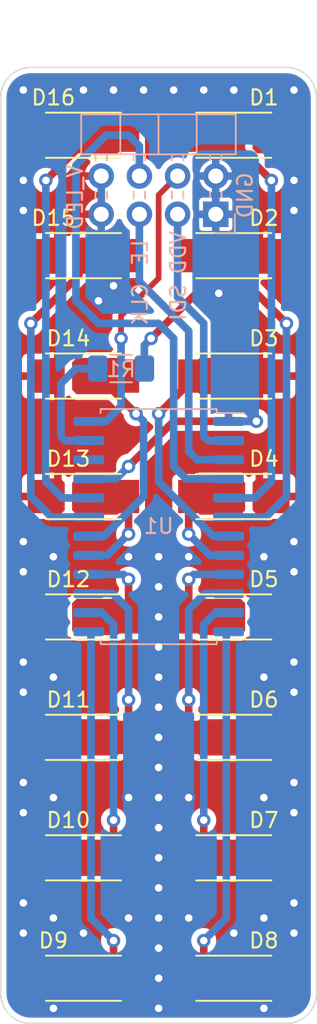
<source format=kicad_pcb>
(kicad_pcb (version 20210722) (generator pcbnew)
  (layers (0 "F.Cu" signal) (31 "B.Cu" signal) (34 "B.Paste" user) (35 "F.Paste" user) (36 "B.SilkS" user "B.Silkscreen") (37 "F.SilkS" user "F.Silkscreen") (38 "B.Mask" user) (39 "F.Mask" user) (44 "Edge.Cuts" user))
  (net 0 "")
  (net 1 "Net-(D1-Pad1)")
  (net 2 "V_LED_RAIL")
  (net 3 "Net-(D2-Pad1)")
  (net 4 "Net-(D3-Pad1)")
  (net 5 "Net-(D4-Pad1)")
  (net 6 "Net-(D5-Pad1)")
  (net 7 "Net-(D6-Pad1)")
  (net 8 "Net-(D7-Pad1)")
  (net 9 "Net-(D8-Pad1)")
  (net 10 "Net-(U1-Pad13)")
  (net 11 "Net-(U1-Pad14)")
  (net 12 "Net-(U1-Pad15)")
  (net 13 "Net-(U1-Pad16)")
  (net 14 "Net-(U1-Pad17)")
  (net 15 "Net-(U1-Pad18)")
  (net 16 "Net-(U1-Pad19)")
  (net 17 "Net-(U1-Pad20)")
  (net 18 "Net-(R1-Pad1)")
  (net 19 "GND")
  (net 20 "SDI")
  (net 21 "CLK")
  (net 22 "LE")
  (net 24 "VDD")
  (footprint "STP16CPC_LED_array:5630_LED_Samsung_Hand_Solder" (layer "F.Cu") (at 132 107 180)
    (fp_text reference "D12" (at 1 2.5) (layer "F.SilkS") (effects (font (size 1.001567 1.001567))))
    (fp_text value "LED")
    (pad "1" smd custom (at 0.3 0 180) (size 0.8 0.8) (layers "F.Cu" "F.Paste") (net 13 "Net-(U1-Pad16)") (options (clearance outline) (anchor rect)) (primitives (gr_poly (pts (xy 0.45 -0.91) (xy 0.45 0.91) (xy 0.16 1.2) (xy -2.56 1.2) (xy -2.67 1.1) (xy -4 1.1) (xy -4 -1.1) (xy -2.67 -1.1) (xy -2.56 -1.2) (xy 0.16 -1.2)) (width 0.01) (fill yes))))
    (pad "2" smd custom (at 1.7 0 180) (size 0.8 0.8) (layers "F.Cu" "F.Paste") (net 2 "V_LED_RAIL") (options (clearance outline) (anchor rect)) (primitives (gr_poly (pts (xy 0.67 -1.1) (xy 2 -1.1) (xy 2 1.1) (xy 0.67 1.1) (xy 0.56 1.2) (xy -0.16 1.2) (xy -0.45 0.91) (xy -0.45 -0.91) (xy -0.16 -1.2) (xy 0.56 -1.2)) (width 0.01) (fill yes))))
  )
  (footprint "STP16CPC_LED_array:5630_LED_Samsung_Hand_Solder" (layer "F.Cu") (at 141.999995 99.000005)
    (fp_text reference "D4" (at 2 -2.5) (layer "F.SilkS") (effects (font (size 1.001567 1.001567))))
    (fp_text value "LED")
    (pad "1" smd custom (at 0.3 0) (size 0.8 0.8) (layers "F.Cu" "F.Paste") (net 5 "Net-(D4-Pad1)") (options (clearance outline) (anchor rect)) (primitives (gr_poly (pts (xy 0.45 -0.91) (xy 0.45 0.91) (xy 0.16 1.2) (xy -2.56 1.2) (xy -2.67 1.1) (xy -4 1.1) (xy -4 -1.1) (xy -2.67 -1.1) (xy -2.56 -1.2) (xy 0.16 -1.2)) (width 0.01) (fill yes))))
    (pad "2" smd custom (at 1.7 0) (size 0.8 0.8) (layers "F.Cu" "F.Paste") (net 2 "V_LED_RAIL") (options (clearance outline) (anchor rect)) (primitives (gr_poly (pts (xy 0.67 -1.1) (xy 2 -1.1) (xy 2 1.1) (xy 0.67 1.1) (xy 0.56 1.2) (xy -0.16 1.2) (xy -0.45 0.91) (xy -0.45 -0.91) (xy -0.16 -1.2) (xy 0.56 -1.2)) (width 0.01) (fill yes))))
  )
  (footprint "STP16CPC_LED_array:5630_LED_Samsung_Hand_Solder" (layer "F.Cu") (at 132 131 180)
    (fp_text reference "D9" (at 2 2.5) (layer "F.SilkS") (effects (font (size 1.001567 1.001567))))
    (fp_text value "LED")
    (pad "1" smd custom (at 0.3 0 180) (size 0.8 0.8) (layers "F.Cu" "F.Paste") (net 10 "Net-(U1-Pad13)") (options (clearance outline) (anchor rect)) (primitives (gr_poly (pts (xy 0.45 -0.91) (xy 0.45 0.91) (xy 0.16 1.2) (xy -2.56 1.2) (xy -2.67 1.1) (xy -4 1.1) (xy -4 -1.1) (xy -2.67 -1.1) (xy -2.56 -1.2) (xy 0.16 -1.2)) (width 0.01) (fill yes))))
    (pad "2" smd custom (at 1.7 0 180) (size 0.8 0.8) (layers "F.Cu" "F.Paste") (net 2 "V_LED_RAIL") (options (clearance outline) (anchor rect)) (primitives (gr_poly (pts (xy 0.67 -1.1) (xy 2 -1.1) (xy 2 1.1) (xy 0.67 1.1) (xy 0.56 1.2) (xy -0.16 1.2) (xy -0.45 0.91) (xy -0.45 -0.91) (xy -0.16 -1.2) (xy 0.56 -1.2)) (width 0.01) (fill yes))))
  )
  (footprint "STP16CPC_LED_array:5630_LED_Samsung_Hand_Solder" (layer "F.Cu") (at 132 75 180)
    (fp_text reference "D16" (at 2 2.5) (layer "F.SilkS") (effects (font (size 1.001567 1.001567))))
    (fp_text value "LED")
    (pad "1" smd custom (at 0.3 0 180) (size 0.8 0.8) (layers "F.Cu" "F.Paste") (net 17 "Net-(U1-Pad20)") (options (clearance outline) (anchor rect)) (primitives (gr_poly (pts (xy 0.45 -0.91) (xy 0.45 0.91) (xy 0.16 1.2) (xy -2.56 1.2) (xy -2.67 1.1) (xy -4 1.1) (xy -4 -1.1) (xy -2.67 -1.1) (xy -2.56 -1.2) (xy 0.16 -1.2)) (width 0.01) (fill yes))))
    (pad "2" smd custom (at 1.7 0 180) (size 0.8 0.8) (layers "F.Cu" "F.Paste") (net 2 "V_LED_RAIL") (options (clearance outline) (anchor rect)) (primitives (gr_poly (pts (xy 0.67 -1.1) (xy 2 -1.1) (xy 2 1.1) (xy 0.67 1.1) (xy 0.56 1.2) (xy -0.16 1.2) (xy -0.45 0.91) (xy -0.45 -0.91) (xy -0.16 -1.2) (xy 0.56 -1.2)) (width 0.01) (fill yes))))
  )
  (footprint "STP16CPC_LED_array:5630_LED_Samsung_Hand_Solder" (layer "F.Cu") (at 142 75)
    (fp_text reference "D1" (at 2 -2.5) (layer "F.SilkS") (effects (font (size 1.001567 1.001567))))
    (fp_text value "LED")
    (pad "1" smd custom (at 0.3 0) (size 0.8 0.8) (layers "F.Cu" "F.Paste") (net 1 "Net-(D1-Pad1)") (options (clearance outline) (anchor rect)) (primitives (gr_poly (pts (xy 0.45 -0.91) (xy 0.45 0.91) (xy 0.16 1.2) (xy -2.56 1.2) (xy -2.67 1.1) (xy -4 1.1) (xy -4 -1.1) (xy -2.67 -1.1) (xy -2.56 -1.2) (xy 0.16 -1.2)) (width 0.01) (fill yes))))
    (pad "2" smd custom (at 1.7 0) (size 0.8 0.8) (layers "F.Cu" "F.Paste") (net 2 "V_LED_RAIL") (options (clearance outline) (anchor rect)) (primitives (gr_poly (pts (xy 0.67 -1.1) (xy 2 -1.1) (xy 2 1.1) (xy 0.67 1.1) (xy 0.56 1.2) (xy -0.16 1.2) (xy -0.45 0.91) (xy -0.45 -0.91) (xy -0.16 -1.2) (xy 0.56 -1.2)) (width 0.01) (fill yes))))
  )
  (footprint "STP16CPC_LED_array:5630_LED_Samsung_Hand_Solder" (layer "F.Cu") (at 142 131)
    (fp_text reference "D8" (at 2 -2.5) (layer "F.SilkS") (effects (font (size 1.001567 1.001567))))
    (fp_text value "LED")
    (pad "1" smd custom (at 0.3 0) (size 0.8 0.8) (layers "F.Cu" "F.Paste") (net 9 "Net-(D8-Pad1)") (options (clearance outline) (anchor rect)) (primitives (gr_poly (pts (xy 0.45 -0.91) (xy 0.45 0.91) (xy 0.16 1.2) (xy -2.56 1.2) (xy -2.67 1.1) (xy -4 1.1) (xy -4 -1.1) (xy -2.67 -1.1) (xy -2.56 -1.2) (xy 0.16 -1.2)) (width 0.01) (fill yes))))
    (pad "2" smd custom (at 1.7 0) (size 0.8 0.8) (layers "F.Cu" "F.Paste") (net 2 "V_LED_RAIL") (options (clearance outline) (anchor rect)) (primitives (gr_poly (pts (xy 0.67 -1.1) (xy 2 -1.1) (xy 2 1.1) (xy 0.67 1.1) (xy 0.56 1.2) (xy -0.16 1.2) (xy -0.45 0.91) (xy -0.45 -0.91) (xy -0.16 -1.2) (xy 0.56 -1.2)) (width 0.01) (fill yes))))
  )
  (footprint "STP16CPC_LED_array:5630_LED_Samsung_Hand_Solder" (layer "F.Cu") (at 142 83)
    (fp_text reference "D2" (at 2 -2.5) (layer "F.SilkS") (effects (font (size 1.001567 1.001567))))
    (fp_text value "LED")
    (pad "1" smd custom (at 0.3 0) (size 0.8 0.8) (layers "F.Cu" "F.Paste") (net 3 "Net-(D2-Pad1)") (options (clearance outline) (anchor rect)) (primitives (gr_poly (pts (xy 0.45 -0.91) (xy 0.45 0.91) (xy 0.16 1.2) (xy -2.56 1.2) (xy -2.67 1.1) (xy -4 1.1) (xy -4 -1.1) (xy -2.67 -1.1) (xy -2.56 -1.2) (xy 0.16 -1.2)) (width 0.01) (fill yes))))
    (pad "2" smd custom (at 1.7 0) (size 0.8 0.8) (layers "F.Cu" "F.Paste") (net 2 "V_LED_RAIL") (options (clearance outline) (anchor rect)) (primitives (gr_poly (pts (xy 0.67 -1.1) (xy 2 -1.1) (xy 2 1.1) (xy 0.67 1.1) (xy 0.56 1.2) (xy -0.16 1.2) (xy -0.45 0.91) (xy -0.45 -0.91) (xy -0.16 -1.2) (xy 0.56 -1.2)) (width 0.01) (fill yes))))
  )
  (footprint "STP16CPC_LED_array:5630_LED_Samsung_Hand_Solder" (layer "F.Cu") (at 142 91)
    (fp_text reference "D3" (at 2 -2.5) (layer "F.SilkS") (effects (font (size 1.001567 1.001567))))
    (fp_text value "LED")
    (pad "1" smd custom (at 0.3 0) (size 0.8 0.8) (layers "F.Cu" "F.Paste") (net 4 "Net-(D3-Pad1)") (options (clearance outline) (anchor rect)) (primitives (gr_poly (pts (xy 0.45 -0.91) (xy 0.45 0.91) (xy 0.16 1.2) (xy -2.56 1.2) (xy -2.67 1.1) (xy -4 1.1) (xy -4 -1.1) (xy -2.67 -1.1) (xy -2.56 -1.2) (xy 0.16 -1.2)) (width 0.01) (fill yes))))
    (pad "2" smd custom (at 1.7 0) (size 0.8 0.8) (layers "F.Cu" "F.Paste") (net 2 "V_LED_RAIL") (options (clearance outline) (anchor rect)) (primitives (gr_poly (pts (xy 0.67 -1.1) (xy 2 -1.1) (xy 2 1.1) (xy 0.67 1.1) (xy 0.56 1.2) (xy -0.16 1.2) (xy -0.45 0.91) (xy -0.45 -0.91) (xy -0.16 -1.2) (xy 0.56 -1.2)) (width 0.01) (fill yes))))
  )
  (footprint "STP16CPC_LED_array:5630_LED_Samsung_Hand_Solder" (layer "F.Cu") (at 132 83 180)
    (fp_text reference "D15" (at 2 2.5) (layer "F.SilkS") (effects (font (size 1.001567 1.001567))))
    (fp_text value "LED")
    (pad "1" smd custom (at 0.3 0 180) (size 0.8 0.8) (layers "F.Cu" "F.Paste") (net 16 "Net-(U1-Pad19)") (options (clearance outline) (anchor rect)) (primitives (gr_poly (pts (xy 0.45 -0.91) (xy 0.45 0.91) (xy 0.16 1.2) (xy -2.56 1.2) (xy -2.67 1.1) (xy -4 1.1) (xy -4 -1.1) (xy -2.67 -1.1) (xy -2.56 -1.2) (xy 0.16 -1.2)) (width 0.01) (fill yes))))
    (pad "2" smd custom (at 1.7 0 180) (size 0.8 0.8) (layers "F.Cu" "F.Paste") (net 2 "V_LED_RAIL") (options (clearance outline) (anchor rect)) (primitives (gr_poly (pts (xy 0.67 -1.1) (xy 2 -1.1) (xy 2 1.1) (xy 0.67 1.1) (xy 0.56 1.2) (xy -0.16 1.2) (xy -0.45 0.91) (xy -0.45 -0.91) (xy -0.16 -1.2) (xy 0.56 -1.2)) (width 0.01) (fill yes))))
  )
  (footprint "STP16CPC_LED_array:5630_LED_Samsung_Hand_Solder" (layer "F.Cu") (at 132 123 180)
    (fp_text reference "D10" (at 1 2.5) (layer "F.SilkS") (effects (font (size 1.001567 1.001567))))
    (fp_text value "LED")
    (pad "1" smd custom (at 0.3 0 180) (size 0.8 0.8) (layers "F.Cu" "F.Paste") (net 11 "Net-(U1-Pad14)") (options (clearance outline) (anchor rect)) (primitives (gr_poly (pts (xy 0.45 -0.91) (xy 0.45 0.91) (xy 0.16 1.2) (xy -2.56 1.2) (xy -2.67 1.1) (xy -4 1.1) (xy -4 -1.1) (xy -2.67 -1.1) (xy -2.56 -1.2) (xy 0.16 -1.2)) (width 0.01) (fill yes))))
    (pad "2" smd custom (at 1.7 0 180) (size 0.8 0.8) (layers "F.Cu" "F.Paste") (net 2 "V_LED_RAIL") (options (clearance outline) (anchor rect)) (primitives (gr_poly (pts (xy 0.67 -1.1) (xy 2 -1.1) (xy 2 1.1) (xy 0.67 1.1) (xy 0.56 1.2) (xy -0.16 1.2) (xy -0.45 0.91) (xy -0.45 -0.91) (xy -0.16 -1.2) (xy 0.56 -1.2)) (width 0.01) (fill yes))))
  )
  (footprint "STP16CPC_LED_array:5630_LED_Samsung_Hand_Solder" (layer "F.Cu") (at 142 115)
    (fp_text reference "D6" (at 2 -2.5) (layer "F.SilkS") (effects (font (size 1.001567 1.001567))))
    (fp_text value "LED")
    (pad "1" smd custom (at 0.3 0) (size 0.8 0.8) (layers "F.Cu" "F.Paste") (net 7 "Net-(D6-Pad1)") (options (clearance outline) (anchor rect)) (primitives (gr_poly (pts (xy 0.45 -0.91) (xy 0.45 0.91) (xy 0.16 1.2) (xy -2.56 1.2) (xy -2.67 1.1) (xy -4 1.1) (xy -4 -1.1) (xy -2.67 -1.1) (xy -2.56 -1.2) (xy 0.16 -1.2)) (width 0.01) (fill yes))))
    (pad "2" smd custom (at 1.7 0) (size 0.8 0.8) (layers "F.Cu" "F.Paste") (net 2 "V_LED_RAIL") (options (clearance outline) (anchor rect)) (primitives (gr_poly (pts (xy 0.67 -1.1) (xy 2 -1.1) (xy 2 1.1) (xy 0.67 1.1) (xy 0.56 1.2) (xy -0.16 1.2) (xy -0.45 0.91) (xy -0.45 -0.91) (xy -0.16 -1.2) (xy 0.56 -1.2)) (width 0.01) (fill yes))))
  )
  (footprint "STP16CPC_LED_array:5630_LED_Samsung_Hand_Solder" (layer "F.Cu") (at 142 123)
    (fp_text reference "D7" (at 2 -2.5) (layer "F.SilkS") (effects (font (size 1.001567 1.001567))))
    (fp_text value "LED")
    (pad "1" smd custom (at 0.3 0) (size 0.8 0.8) (layers "F.Cu" "F.Paste") (net 8 "Net-(D7-Pad1)") (options (clearance outline) (anchor rect)) (primitives (gr_poly (pts (xy 0.45 -0.91) (xy 0.45 0.91) (xy 0.16 1.2) (xy -2.56 1.2) (xy -2.67 1.1) (xy -4 1.1) (xy -4 -1.1) (xy -2.67 -1.1) (xy -2.56 -1.2) (xy 0.16 -1.2)) (width 0.01) (fill yes))))
    (pad "2" smd custom (at 1.7 0) (size 0.8 0.8) (layers "F.Cu" "F.Paste") (net 2 "V_LED_RAIL") (options (clearance outline) (anchor rect)) (primitives (gr_poly (pts (xy 0.67 -1.1) (xy 2 -1.1) (xy 2 1.1) (xy 0.67 1.1) (xy 0.56 1.2) (xy -0.16 1.2) (xy -0.45 0.91) (xy -0.45 -0.91) (xy -0.16 -1.2) (xy 0.56 -1.2)) (width 0.01) (fill yes))))
  )
  (footprint "STP16CPC_LED_array:5630_LED_Samsung_Hand_Solder" (layer "F.Cu") (at 132 99 180)
    (fp_text reference "D13" (at 1 2.5) (layer "F.SilkS") (effects (font (size 1.001567 1.001567))))
    (fp_text value "LED")
    (pad "1" smd custom (at 0.3 0 180) (size 0.8 0.8) (layers "F.Cu" "F.Paste") (net 14 "Net-(U1-Pad17)") (options (clearance outline) (anchor rect)) (primitives (gr_poly (pts (xy 0.45 -0.91) (xy 0.45 0.91) (xy 0.16 1.2) (xy -2.56 1.2) (xy -2.67 1.1) (xy -4 1.1) (xy -4 -1.1) (xy -2.67 -1.1) (xy -2.56 -1.2) (xy 0.16 -1.2)) (width 0.01) (fill yes))))
    (pad "2" smd custom (at 1.7 0 180) (size 0.8 0.8) (layers "F.Cu" "F.Paste") (net 2 "V_LED_RAIL") (options (clearance outline) (anchor rect)) (primitives (gr_poly (pts (xy 0.67 -1.1) (xy 2 -1.1) (xy 2 1.1) (xy 0.67 1.1) (xy 0.56 1.2) (xy -0.16 1.2) (xy -0.45 0.91) (xy -0.45 -0.91) (xy -0.16 -1.2) (xy 0.56 -1.2)) (width 0.01) (fill yes))))
  )
  (footprint "STP16CPC_LED_array:5630_LED_Samsung_Hand_Solder" (layer "F.Cu") (at 132 91 180)
    (fp_text reference "D14" (at 1 2.5) (layer "F.SilkS") (effects (font (size 1.001567 1.001567))))
    (fp_text value "LED")
    (pad "1" smd custom (at 0.3 0 180) (size 0.8 0.8) (layers "F.Cu" "F.Paste") (net 15 "Net-(U1-Pad18)") (options (clearance outline) (anchor rect)) (primitives (gr_poly (pts (xy 0.45 -0.91) (xy 0.45 0.91) (xy 0.16 1.2) (xy -2.56 1.2) (xy -2.67 1.1) (xy -4 1.1) (xy -4 -1.1) (xy -2.67 -1.1) (xy -2.56 -1.2) (xy 0.16 -1.2)) (width 0.01) (fill yes))))
    (pad "2" smd custom (at 1.7 0 180) (size 0.8 0.8) (layers "F.Cu" "F.Paste") (net 2 "V_LED_RAIL") (options (clearance outline) (anchor rect)) (primitives (gr_poly (pts (xy 0.67 -1.1) (xy 2 -1.1) (xy 2 1.1) (xy 0.67 1.1) (xy 0.56 1.2) (xy -0.16 1.2) (xy -0.45 0.91) (xy -0.45 -0.91) (xy -0.16 -1.2) (xy 0.56 -1.2)) (width 0.01) (fill yes))))
  )
  (footprint "STP16CPC_LED_array:5630_LED_Samsung_Hand_Solder" (layer "F.Cu") (at 142 107)
    (fp_text reference "D5" (at 2 -2.5) (layer "F.SilkS") (effects (font (size 1.001567 1.001567))))
    (fp_text value "LED")
    (pad "1" smd custom (at 0.3 0) (size 0.8 0.8) (layers "F.Cu" "F.Paste") (net 6 "Net-(D5-Pad1)") (options (clearance outline) (anchor rect)) (primitives (gr_poly (pts (xy 0.45 -0.91) (xy 0.45 0.91) (xy 0.16 1.2) (xy -2.56 1.2) (xy -2.67 1.1) (xy -4 1.1) (xy -4 -1.1) (xy -2.67 -1.1) (xy -2.56 -1.2) (xy 0.16 -1.2)) (width 0.01) (fill yes))))
    (pad "2" smd custom (at 1.7 0) (size 0.8 0.8) (layers "F.Cu" "F.Paste") (net 2 "V_LED_RAIL") (options (clearance outline) (anchor rect)) (primitives (gr_poly (pts (xy 0.67 -1.1) (xy 2 -1.1) (xy 2 1.1) (xy 0.67 1.1) (xy 0.56 1.2) (xy -0.16 1.2) (xy -0.45 0.91) (xy -0.45 -0.91) (xy -0.16 -1.2) (xy 0.56 -1.2)) (width 0.01) (fill yes))))
  )
  (footprint "STP16CPC_LED_array:5630_LED_Samsung_Hand_Solder" (layer "F.Cu") (at 132 115 180)
    (fp_text reference "D11" (at 1 2.5) (layer "F.SilkS") (effects (font (size 1.001567 1.001567))))
    (fp_text value "LED")
    (pad "1" smd custom (at 0.3 0 180) (size 0.8 0.8) (layers "F.Cu" "F.Paste") (net 12 "Net-(U1-Pad15)") (options (clearance outline) (anchor rect)) (primitives (gr_poly (pts (xy 0.45 -0.91) (xy 0.45 0.91) (xy 0.16 1.2) (xy -2.56 1.2) (xy -2.67 1.1) (xy -4 1.1) (xy -4 -1.1) (xy -2.67 -1.1) (xy -2.56 -1.2) (xy 0.16 -1.2)) (width 0.01) (fill yes))))
    (pad "2" smd custom (at 1.7 0 180) (size 0.8 0.8) (layers "F.Cu" "F.Paste") (net 2 "V_LED_RAIL") (options (clearance outline) (anchor rect)) (primitives (gr_poly (pts (xy 0.67 -1.1) (xy 2 -1.1) (xy 2 1.1) (xy 0.67 1.1) (xy 0.56 1.2) (xy -0.16 1.2) (xy -0.45 0.91) (xy -0.45 -0.91) (xy -0.16 -1.2) (xy 0.56 -1.2)) (width 0.01) (fill yes))))
  )
  (footprint "Resistor_SMD:R_1206_3216Metric_Pad1.30x1.75mm_HandSolder" (layer "B.Cu") (at 134.5 90.5)
    (fp_text reference "R1" (at 0 0.05) (layer "B.SilkS") (effects (justify mirror)))
    (fp_text value "1k")
    (pad "1" smd roundrect locked (at -1.55 0) (size 1.3 1.75) (layers "B.Cu" "B.Paste" "B.Mask") (roundrect_rratio 0.192308) (net 18 "Net-(R1-Pad1)"))
    (pad "2" smd roundrect locked (at 1.55 0) (size 1.3 1.75) (layers "B.Cu" "B.Paste" "B.Mask") (roundrect_rratio 0.192308) (net 19 "GND"))
  )
  (footprint "Connector_PinHeader_2.54mm:PinHeader_2x04_P2.54mm_Horizontal" (layer "B.Cu") (at 140.799998 80.250005 90)
    (fp_text reference "J1" hide)
    (fp_text value "Conn_02x04_Odd_Even")
    (pad "1" thru_hole rect locked (at 0 0 90) (size 1.7 1.7) (drill 1) (layers *.Cu *.Mask) (net 19 "GND"))
    (pad "2" thru_hole oval locked (at 2.54 0 90) (size 1.7 1.7) (drill 1) (layers *.Cu *.Mask) (net 19 "GND"))
    (pad "3" thru_hole oval locked (at 0 -2.54 90) (size 1.7 1.7) (drill 1) (layers *.Cu *.Mask) (net 20 "SDI"))
    (pad "4" thru_hole oval locked (at 2.54 -2.54 90) (size 1.7 1.7) (drill 1) (layers *.Cu *.Mask) (net 24 "VDD"))
    (pad "5" thru_hole oval locked (at 0 -5.08 90) (size 1.7 1.7) (drill 1) (layers *.Cu *.Mask) (net 21 "CLK"))
    (pad "6" thru_hole oval locked (at 2.54 -5.08 90) (size 1.7 1.7) (drill 1) (layers *.Cu *.Mask) (net 22 "LE"))
    (pad "7" thru_hole oval locked (at 0 -7.62 90) (size 1.7 1.7) (drill 1) (layers *.Cu *.Mask) (net 2 "V_LED_RAIL"))
    (pad "8" thru_hole oval locked (at 2.54 -7.62 90) (size 1.7 1.7) (drill 1) (layers *.Cu *.Mask) (net 2 "V_LED_RAIL"))
  )
  (footprint "Package_SO:SOIC-24W_7.5x15.4mm_P1.27mm" (layer "B.Cu") (at 137 101 180)
    (fp_text reference "U1" (at 0 0.03) (layer "B.SilkS") (effects (justify mirror)))
    (fp_text value "STP16CPC26")
    (pad "1" smd roundrect locked (at -4.65 6.985 180) (size 2.05 0.6) (layers "B.Cu" "B.Paste" "B.Mask") (net 19 "GND"))
    (pad "2" smd roundrect locked (at -4.65 5.715 180) (size 2.05 0.6) (layers "B.Cu" "B.Paste" "B.Mask") (net 20 "SDI"))
    (pad "3" smd roundrect locked (at -4.65 4.445 180) (size 2.05 0.6) (layers "B.Cu" "B.Paste" "B.Mask") (net 21 "CLK"))
    (pad "4" smd roundrect locked (at -4.65 3.175 180) (size 2.05 0.6) (layers "B.Cu" "B.Paste" "B.Mask") (net 22 "LE"))
    (pad "5" smd roundrect locked (at -4.65 1.905 180) (size 2.05 0.6) (layers "B.Cu" "B.Paste" "B.Mask") (net 1 "Net-(D1-Pad1)"))
    (pad "6" smd roundrect locked (at -4.65 0.635 180) (size 2.05 0.6) (layers "B.Cu" "B.Paste" "B.Mask") (net 3 "Net-(D2-Pad1)"))
    (pad "7" smd roundrect locked (at -4.65 -0.635 180) (size 2.05 0.6) (layers "B.Cu" "B.Paste" "B.Mask") (net 4 "Net-(D3-Pad1)"))
    (pad "8" smd roundrect locked (at -4.65 -1.905 180) (size 2.05 0.6) (layers "B.Cu" "B.Paste" "B.Mask") (net 5 "Net-(D4-Pad1)"))
    (pad "9" smd roundrect locked (at -4.65 -3.175 180) (size 2.05 0.6) (layers "B.Cu" "B.Paste" "B.Mask") (net 6 "Net-(D5-Pad1)"))
    (pad "10" smd roundrect locked (at -4.65 -4.445 180) (size 2.05 0.6) (layers "B.Cu" "B.Paste" "B.Mask") (net 7 "Net-(D6-Pad1)"))
    (pad "11" smd roundrect locked (at -4.65 -5.715 180) (size 2.05 0.6) (layers "B.Cu" "B.Paste" "B.Mask") (net 8 "Net-(D7-Pad1)"))
    (pad "12" smd roundrect locked (at -4.65 -6.985 180) (size 2.05 0.6) (layers "B.Cu" "B.Paste" "B.Mask") (net 9 "Net-(D8-Pad1)"))
    (pad "13" smd roundrect locked (at 4.65 -6.985 180) (size 2.05 0.6) (layers "B.Cu" "B.Paste" "B.Mask") (net 10 "Net-(U1-Pad13)"))
    (pad "14" smd roundrect locked (at 4.65 -5.715 180) (size 2.05 0.6) (layers "B.Cu" "B.Paste" "B.Mask") (net 11 "Net-(U1-Pad14)"))
    (pad "15" smd roundrect locked (at 4.65 -4.445 180) (size 2.05 0.6) (layers "B.Cu" "B.Paste" "B.Mask") (net 12 "Net-(U1-Pad15)"))
    (pad "16" smd roundrect locked (at 4.65 -3.175 180) (size 2.05 0.6) (layers "B.Cu" "B.Paste" "B.Mask") (net 13 "Net-(U1-Pad16)"))
    (pad "17" smd roundrect locked (at 4.65 -1.905 180) (size 2.05 0.6) (layers "B.Cu" "B.Paste" "B.Mask") (net 14 "Net-(U1-Pad17)"))
    (pad "18" smd roundrect locked (at 4.65 -0.635 180) (size 2.05 0.6) (layers "B.Cu" "B.Paste" "B.Mask") (net 15 "Net-(U1-Pad18)"))
    (pad "19" smd roundrect locked (at 4.65 0.635 180) (size 2.05 0.6) (layers "B.Cu" "B.Paste" "B.Mask") (net 16 "Net-(U1-Pad19)"))
    (pad "20" smd roundrect locked (at 4.65 1.905 180) (size 2.05 0.6) (layers "B.Cu" "B.Paste" "B.Mask") (net 17 "Net-(U1-Pad20)"))
    (pad "21" smd roundrect locked (at 4.65 3.175 180) (size 2.05 0.6) (layers "B.Cu" "B.Paste" "B.Mask") (net 19 "GND"))
    (pad "22" smd roundrect locked (at 4.65 4.445 180) (size 2.05 0.6) (layers "B.Cu" "B.Paste" "B.Mask"))
    (pad "23" smd roundrect locked (at 4.65 5.715 180) (size 2.05 0.6) (layers "B.Cu" "B.Paste" "B.Mask") (net 18 "Net-(R1-Pad1)"))
    (pad "24" smd roundrect locked (at 4.65 6.985 180) (size 2.05 0.6) (layers "B.Cu" "B.Paste" "B.Mask") (net 24 "VDD"))
  )
  (gr_line (start 126.5 72.5) (end 126.5 132) (layer "Edge.Cuts") (width 0.1))
  (gr_line (start 147.5 132) (end 147.5 72.5) (layer "Edge.Cuts") (width 0.1))
  (gr_arc (start 128.5 132) (end 126.5 132) (angle -90) (layer "Edge.Cuts") (width 0.1))
  (gr_arc (start 128.5 72.5) (end 128.5 70.5) (angle -90) (layer "Edge.Cuts") (width 0.1))
  (gr_line (start 128.5 134) (end 145.5 134) (layer "Edge.Cuts") (width 0.1))
  (gr_line (start 145.5 70.5) (end 128.5 70.5) (layer "Edge.Cuts") (width 0.1))
  (gr_arc (start 145.5 132) (end 147.5 132) (angle 90) (layer "Edge.Cuts") (width 0.1))
  (gr_arc (start 145.5 72.5) (end 145.5 70.5) (angle 90) (layer "Edge.Cuts") (width 0.1))
  (gr_text "CLK" (at 135.763 86.233 90) (layer "B.SilkS") (effects (font (size 1 1)) (justify mirror)))
  (gr_text "LE" (at 135.763 82.804 90) (layer "B.SilkS") (effects (font (size 1 1)) (justify mirror)))
  (gr_text "V_LED" (at 131.445 79.121 90) (layer "B.SilkS") (effects (font (size 1 1)) (justify mirror)))
  (gr_text "SDI" (at 138.303 86.106 90) (layer "B.SilkS") (effects (font (size 1 1)) (justify mirror)))
  (gr_text "VDD" (at 138.303 82.804 90) (layer "B.SilkS") (effects (font (size 1 1)) (justify mirror)))
  (gr_text "GND" (at 142.748 78.994 90) (layer "B.SilkS") (effects (font (size 1 1)) (justify mirror)))
  (segment (start 144.5 78) (end 142.3 75.8) (width 0.508) (layer "F.Cu") (net 1))
  (segment (start 142.3 75.8) (end 142.3 75) (width 0.508) (layer "F.Cu") (net 1))
  (via (at 144.5 78) (size 0.9) (drill 0.5) (layers "F.Cu" "B.Cu") (net 1))
  (segment (start 144.5 98) (end 143.405 99.095) (width 0.508) (layer "B.Cu") (net 1))
  (segment (start 144.5 78) (end 144.5 98) (width 0.508) (layer "B.Cu") (net 1))
  (segment (start 143.405 99.095) (end 141.65 99.095) (width 0.508) (layer "B.Cu") (net 1))
  (segment (start 130.3 125.2) (end 130 125.5) (width 0.508) (layer "F.Cu") (net 2))
  (segment (start 130.3 123) (end 130.3 120.8) (width 0.508) (layer "F.Cu") (net 2))
  (segment (start 130.3 123) (end 127.5 123) (width 0.508) (layer "F.Cu") (net 2))
  (segment (start 130.3 128.8) (end 130 128.5) (width 0.508) (layer "F.Cu") (net 2))
  (segment (start 145 85.5) (end 145 85) (width 0.1524) (layer "F.Cu") (net 2))
  (segment (start 130.3 83) (end 130 83) (width 0.508) (layer "F.Cu") (net 2))
  (segment (start 143.7 99) (end 146.5 99) (width 0.508) (layer "F.Cu") (net 2))
  (segment (start 143.7 91) (end 146.5 91) (width 0.508) (layer "F.Cu") (net 2))
  (segment (start 130.3 112.8) (end 130 112.5) (width 0.508) (layer "F.Cu") (net 2))
  (segment (start 145 76) (end 145 77) (width 0.508) (layer "F.Cu") (net 2))
  (segment (start 144 75) (end 145 76) (width 0.508) (layer "F.Cu") (net 2))
  (segment (start 130.3 75) (end 130 75) (width 0.508) (layer "F.Cu") (net 2))
  (segment (start 144.5 88.5) (end 143.7 89.3) (width 0.508) (layer "F.Cu") (net 2))
  (segment (start 143.7 120.8) (end 144 120.5) (width 0.508) (layer "F.Cu") (net 2))
  (segment (start 130.3 99) (end 130.3 101.2) (width 0.508) (layer "F.Cu") (net 2))
  (segment (start 130 72) (end 128 72) (width 0.508) (layer "F.Cu") (net 2))
  (segment (start 133.179998 77.710005) (end 133.179998 80.250005) (width 0.508) (layer "F.Cu") (net 2))
  (segment (start 144 83) (end 145 84) (width 0.508) (layer "F.Cu") (net 2))
  (segment (start 143.7 107) (end 143.7 109.2) (width 0.508) (layer "F.Cu") (net 2))
  (segment (start 143.7 132.7) (end 143.7 131) (width 0.508) (layer "F.Cu") (net 2))
  (segment (start 145 93) (end 145.5 93.5) (width 0.508) (layer "F.Cu") (net 2))
  (segment (start 143.7 109.2) (end 144 109.5) (width 0.508) (layer "F.Cu") (net 2))
  (segment (start 130 96.5) (end 130 93.5) (width 0.508) (layer "F.Cu") (net 2))
  (segment (start 130.3 83) (end 127.5 83) (width 0.508) (layer "F.Cu") (net 2))
  (segment (start 144 128.5) (end 144 125.5) (width 0.508) (layer "F.Cu") (net 2))
  (segment (start 132.5 86) (end 133 86) (width 0.508) (layer "F.Cu") (net 2))
  (segment (start 143.7 101.2) (end 144 101.5) (width 0.508) (layer "F.Cu") (net 2))
  (segment (start 143.7 125.2) (end 144 125.5) (width 0.508) (layer "F.Cu") (net 2))
  (segment (start 130 83) (end 129 84) (width 0.508) (layer "F.Cu") (net 2))
  (segment (start 144 120.5) (end 144 117.5) (width 0.508) (layer "F.Cu") (net 2))
  (segment (start 143.7 75) (end 144 75) (width 0.508) (layer "F.Cu") (net 2))
  (segment (start 130.3 117.2) (end 130 117.5) (width 0.508) (layer "F.Cu") (net 2))
  (segment (start 130.3 93.2) (end 130 93.5) (width 0.508) (layer "F.Cu") (net 2))
  (segment (start 143.7 131) (end 146.5 131) (width 0.508) (layer "F.Cu") (net 2))
  (segment (start 130 88.5) (end 132.5 86) (width 0.508) (layer "F.Cu") (net 2))
  (segment (start 130 120.5) (end 130 117.5) (width 0.508) (layer "F.Cu") (net 2))
  (segment (start 143.7 123) (end 143.7 120.8) (width 0.508) (layer "F.Cu") (net 2))
  (segment (start 130.3 72.3) (end 130 72) (width 0.508) (layer "F.Cu") (net 2))
  (segment (start 143.7 92.7) (end 144 93) (width 0.508) (layer "F.Cu") (net 2))
  (segment (start 143.7 115) (end 143.7 112.8) (width 0.508) (layer "F.Cu") (net 2))
  (segment (start 143.7 128.8) (end 144 128.5) (width 0.508) (layer "F.Cu") (net 2))
  (segment (start 130.3 99) (end 127.5 99) (width 0.508) (layer "F.Cu") (net 2))
  (segment (start 143.7 99) (end 143.7 96.8) (width 0.508) (layer "F.Cu") (net 2))
  (segment (start 130 128.5) (end 130 125.5) (width 0.508) (layer "F.Cu") (net 2))
  (segment (start 130.3 109.2) (end 130 109.5) (width 0.508) (layer "F.Cu") (net 2))
  (segment (start 143.7 112.8) (end 144 112.5) (width 0.508) (layer "F.Cu") (net 2))
  (segment (start 145.5 95.5) (end 144.5 96.5) (width 0.508) (layer "F.Cu") (net 2))
  (segment (start 143.7 132.7) (end 144 133) (width 0.508) (layer "F.Cu") (net 2))
  (segment (start 130 104.5) (end 130 101.5) (width 0.508) (layer "F.Cu") (net 2))
  (segment (start 130.3 75) (end 130.3 72.3) (width 0.508) (layer "F.Cu") (net 2))
  (segment (start 146 88.5) (end 146.5 88) (width 0.1524) (layer "F.Cu") (net 2))
  (segment (start 144.5 88.5) (end 146 88.5) (width 0.1524) (layer "F.Cu") (net 2))
  (segment (start 143.7 89.3) (end 143.7 91) (width 0.508) (layer "F.Cu") (net 2))
  (segment (start 130 112.5) (end 130 109.5) (width 0.508) (layer "F.Cu") (net 2))
  (segment (start 129.5 80) (end 128 80) (width 0.508) (layer "F.Cu") (net 2))
  (segment (start 143.7 115) (end 146.5 115) (width 0.508) (layer "F.Cu") (net 2))
  (segment (start 144.5 80) (end 146 80) (width 0.508) (layer "F.Cu") (net 2))
  (segment (start 146.5 87) (end 145 85.5) (width 0.1524) (layer "F.Cu") (net 2))
  (segment (start 130.3 96.8) (end 130 96.5) (width 0.508) (layer "F.Cu") (net 2))
  (segment (start 143.7 75) (end 146.5 75) (width 0.508) (layer "F.Cu") (net 2))
  (segment (start 129 76) (end 129 77) (width 0.508) (layer "F.Cu") (net 2))
  (segment (start 130.3 83) (end 130.3 80.8) (width 0.508) (layer "F.Cu") (net 2))
  (segment (start 144 93) (end 145 93) (width 0.508) (layer "F.Cu") (net 2))
  (segment (start 129 84) (end 129 85) (width 0.508) (layer "F.Cu") (net 2))
  (segment (start 130.3 107) (end 130.3 109.2) (width 0.508) (layer "F.Cu") (net 2))
  (segment (start 144 112.5) (end 144 109.5) (width 0.508) (layer "F.Cu") (net 2))
  (segment (start 143.7 83) (end 146.5 83) (width 0.508) (layer "F.Cu") (net 2))
  (segment (start 143.7 123) (end 143.7 125.2) (width 0.508) (layer "F.Cu") (net 2))
  (segment (start 130.3 123) (end 130.3 125.2) (width 0.508) (layer "F.Cu") (net 2))
  (segment (start 130.3 91) (end 127.5 91) (width 0.508) (layer "F.Cu") (net 2))
  (segment (start 127.5 75) (end 130.3 75) (width 0.508) (layer "F.Cu") (net 2))
  (segment (start 130.3 107) (end 127.5 107) (width 0.508) (layer "F.Cu") (net 2))
  (segment (start 143.7 96.8) (end 144 96.5) (width 0.508) (layer "F.Cu") (net 2))
  (segment (start 130 75) (end 129 76) (width 0.508) (layer "F.Cu") (net 2))
  (segment (start 143.7 91) (end 143.7 92.7) (width 0.508) (layer "F.Cu") (net 2))
  (segment (start 143.7 107) (end 143.7 104.8) (width 0.508) (layer "F.Cu") (net 2))
  (segment (start 130.3 132.7) (end 130 133) (width 0.508) (layer "F.Cu") (net 2))
  (segment (start 143.7 128.8) (end 143.7 131) (width 0.508) (layer "F.Cu") (net 2))
  (segment (start 130.3 80.8) (end 129.5 80) (width 0.508) (layer "F.Cu") (net 2))
  (segment (start 143.7 83) (end 144 83) (width 0.508) (layer "F.Cu") (net 2))
  (segment (start 130.3 131) (end 130.3 128.8) (width 0.508) (layer "F.Cu") (net 2))
  (segment (start 143.7 80.8) (end 144.5 80) (width 0.508) (layer "F.Cu") (net 2))
  (segment (start 130.3 120.8) (end 130 120.5) (width 0.508) (layer "F.Cu") (net 2))
  (segment (start 143.7 107) (end 146.5 107) (width 0.508) (layer "F.Cu") (net 2))
  (segment (start 143.7 117.2) (end 144 117.5) (width 0.508) (layer "F.Cu") (net 2))
  (segment (start 130.3 115) (end 130.3 117.2) (width 0.508) (layer "F.Cu") (net 2))
  (segment (start 130.3 107) (end 130.3 104.8) (width 0.508) (layer "F.Cu") (net 2))
  (segment (start 144 104.5) (end 144 101.5) (width 0.508) (layer "F.Cu") (net 2))
  (segment (start 144.5 96.5) (end 144 96.5) (width 0.508) (layer "F.Cu") (net 2))
  (segment (start 130.3 115) (end 127.5 115) (width 0.508) (layer "F.Cu") (net 2))
  (segment (start 130.3 115) (end 130.3 112.8) (width 0.508) (layer "F.Cu") (net 2))
  (segment (start 145 84) (end 145 85) (width 0.508) (layer "F.Cu") (net 2))
  (segment (start 130.3 104.8) (end 130 104.5) (width 0.508) (layer "F.Cu") (net 2))
  (segment (start 143.7 99) (end 143.7 101.2) (width 0.508) (layer "F.Cu") (net 2))
  (segment (start 144 133) (end 130 133) (width 0.508) (layer "F.Cu") (net 2))
  (segment (start 130.3 131) (end 127.5 131) (width 0.508) (layer "F.Cu") (net 2))
  (segment (start 143.7 104.8) (end 144 104.5) (width 0.508) (layer "F.Cu") (net 2))
  (segment (start 130.3 91) (end 130.3 93.2) (width 0.508) (layer "F.Cu") (net 2))
  (segment (start 130.3 99) (end 130.3 96.8) (width 0.508) (layer "F.Cu") (net 2))
  (segment (start 130.3 88.8) (end 130 88.5) (width 0.508) (layer "F.Cu") (net 2))
  (segment (start 143.7 115) (end 143.7 117.2) (width 0.508) (layer "F.Cu") (net 2))
  (segment (start 146.5 88) (end 146.5 87) (width 0.1524) (layer "F.Cu") (net 2))
  (segment (start 146.5 123) (end 143.7 123) (width 0.508) (layer "F.Cu") (net 2))
  (segment (start 144 72) (end 146 72) (width 0.508) (layer "F.Cu") (net 2))
  (segment (start 145.5 93.5) (end 145.5 95.5) (width 0.508) (layer "F.Cu") (net 2))
  (segment (start 143.7 75) (end 143.7 72.3) (width 0.508) (layer "F.Cu") (net 2))
  (segment (start 130.3 131) (end 130.3 132.7) (width 0.508) (layer "F.Cu") (net 2))
  (segment (start 130.3 101.2) (end 130 101.5) (width 0.508) (layer "F.Cu") (net 2))
  (segment (start 143.7 83) (end 143.7 80.8) (width 0.508) (layer "F.Cu") (net 2))
  (segment (start 143.7 72.3) (end 144 72) (width 0.508) (layer "F.Cu") (net 2))
  (segment (start 130.3 91) (end 130.3 88.8) (width 0.508) (layer "F.Cu") (net 2))
  (via (at 132 128) (size 0.9) (drill 0.5) (layers "F.Cu" "B.Cu") (net 2))
  (via (at 140 72) (size 0.9) (drill 0.5) (layers "F.Cu" "B.Cu") (net 2))
  (via (at 142 72) (size 0.9) (drill 0.5) (layers "F.Cu" "B.Cu") (net 2))
  (via (at 128 78) (size 0.9) (drill 0.5) (layers "F.Cu" "B.Cu") (net 2))
  (via (at 137 125) (size 0.9) (drill 0.5) (layers "F.Cu" "B.Cu") (net 2))
  (via (at 144 133) (size 0.9) (drill 0.5) (layers "F.Cu" "B.Cu") (net 2))
  (via (at 144 103) (size 0.9) (drill 0.5) (layers "F.Cu" "B.Cu") (net 2))
  (via (at 146 112) (size 0.9) (drill 0.5) (layers "F.Cu" "B.Cu") (net 2))
  (via (at 146 102) (size 0.9) (drill 0.5) (layers "F.Cu" "B.Cu") (net 2))
  (via (at 135 119) (size 0.9) (drill 0.5) (layers "F.Cu" "B.Cu") (net 2))
  (via (at 146 78) (size 0.9) (drill 0.5) (layers "F.Cu" "B.Cu") (net 2))
  (via (at 144 119) (size 0.9) (drill 0.5) (layers "F.Cu" "B.Cu") (net 2))
  (via (at 137 105) (size 0.9) (drill 0.5) (layers "F.Cu" "B.Cu") (net 2))
  (via (at 128 120) (size 0.9) (drill 0.5) (layers "F.Cu" "B.Cu") (net 2))
  (via (at 139 119) (size 0.9) (drill 0.5) (layers "F.Cu" "B.Cu") (net 2))
  (via (at 139 103) (size 0.9) (drill 0.5) (layers "F.Cu" "B.Cu") (net 2))
  (via (at 137 119) (size 0.9) (drill 0.5) (layers "F.Cu" "B.Cu") (net 2))
  (via (at 136 72) (size 0.9) (drill 0.5) (layers "F.Cu" "B.Cu") (net 2))
  (via (at 146 104) (size 0.9) (drill 0.5) (layers "F.Cu" "B.Cu") (net 2))
  (via (at 137 111) (size 0.9) (drill 0.5) (layers "F.Cu" "B.Cu") (net 2))
  (via (at 146 120) (size 0.9) (drill 0.5) (layers "F.Cu" "B.Cu") (net 2))
  (via (at 135 127) (size 0.9) (drill 0.5) (layers "F.Cu" "B.Cu") (net 2))
  (via (at 144 127) (size 0.9) (drill 0.5) (layers "F.Cu" "B.Cu") (net 2))
  (via (at 137 103) (size 0.9) (drill 0.5) (layers "F.Cu" "B.Cu") (net 2))
  (via (at 146 110) (size 0.9) (drill 0.5) (layers "F.Cu" "B.Cu") (net 2))
  (via (at 128 118) (size 0.9) (drill 0.5) (layers "F.Cu" "B.Cu") (net 2))
  (via (at 146 126) (size 0.9) (drill 0.5) (layers "F.Cu" "B.Cu") (net 2))
  (via (at 137 127) (size 0.9) (drill 0.5) (layers "F.Cu" "B.Cu") (net 2))
  (via (at 133 86) (size 0.9) (drill 0.5) (layers "F.Cu" "B.Cu") (net 2))
  (via (at 146 118) (size 0.9) (drill 0.5) (layers "F.Cu" "B.Cu") (net 2))
  (via (at 130 133) (size 0.9) (drill 0.5) (layers "F.Cu" "B.Cu") (net 2))
  (via (at 135 103) (size 0.9) (drill 0.5) (layers "F.Cu" "B.Cu") (net 2))
  (via (at 137 107) (size 0.9) (drill 0.5) (layers "F.Cu" "B.Cu") (net 2))
  (via (at 137 109) (size 0.9) (drill 0.5) (layers "F.Cu" "B.Cu") (net 2))
  (via (at 137 129) (size 0.9) (drill 0.5) (layers "F.Cu" "B.Cu") (net 2))
  (via (at 146 80) (size 0.9) (drill 0.5) (layers "F.Cu" "B.Cu") (net 2))
  (via (at 132 72) (size 0.9) (drill 0.5) (layers "F.Cu" "B.Cu") (net 2))
  (via (at 130 103) (size 0.9) (drill 0.5) (layers "F.Cu" "B.Cu") (net 2))
  (via (at 134 72) (size 0.9) (drill 0.5) (layers "F.Cu" "B.Cu") (net 2))
  (via (at 146 72) (size 0.9) (drill 0.5) (layers "F.Cu" "B.Cu") (net 2))
  (via (at 130 111) (size 0.9) (drill 0.5) (layers "F.Cu" "B.Cu") (net 2))
  (via (at 137 131) (size 0.9) (drill 0.5) (layers "F.Cu" "B.Cu") (net 2))
  (via (at 137 123) (size 0.9) (drill 0.5) (layers "F.Cu" "B.Cu") (net 2))
  (via (at 128 102) (size 0.9) (drill 0.5) (layers "F.Cu" "B.Cu") (net 2))
  (via (at 128 112) (size 0.9) (drill 0.5) (layers "F.Cu" "B.Cu") (net 2))
  (via (at 137 115) (size 0.9) (drill 0.5) (layers "F.Cu" "B.Cu") (net 2))
  (via (at 138 72) (size 0.9) (drill 0.5) (layers "F.Cu" "B.Cu") (net 2))
  (via (at 128 126) (size 0.9) (drill 0.5) (layers "F.Cu" "B.Cu") (net 2))
  (via (at 128 104) (size 0.9) (drill 0.5) (layers "F.Cu" "B.Cu") (net 2))
  (via (at 128 72) (size 0.9) (drill 0.5) (layers "F.Cu" "B.Cu") (net 2))
  (via (at 128 80) (size 0.9) (drill 0.5) (layers "F.Cu" "B.Cu") (net 2))
  (via (at 128 110) (size 0.9) (drill 0.5) (layers "F.Cu" "B.Cu") (net 2))
  (via (at 128 128) (size 0.9) (drill 0.5) (layers "F.Cu" "B.Cu") (net 2))
  (via (at 146 128) (size 0.9) (drill 0.5) (layers "F.Cu" "B.Cu") (net 2))
  (via (at 137 117) (size 0.9) (drill 0.5) (layers "F.Cu" "B.Cu") (net 2))
  (via (at 142 128) (size 0.9) (drill 0.5) (layers "F.Cu" "B.Cu") (net 2))
  (via (at 137 113) (size 0.9) (drill 0.5) (layers "F.Cu" "B.Cu") (net 2))
  (via (at 130 119) (size 0.9) (drill 0.5) (layers "F.Cu" "B.Cu") (net 2))
  (via (at 130 127) (size 0.9) (drill 0.5) (layers "F.Cu" "B.Cu") (net 2))
  (via (at 137 133) (size 0.9) (drill 0.5) (layers "F.Cu" "B.Cu") (net 2))
  (via (at 137 121) (size 0.9) (drill 0.5) (layers "F.Cu" "B.Cu") (net 2))
  (via (at 144 111) (size 0.9) (drill 0.5) (layers "F.Cu" "B.Cu") (net 2))
  (via (at 139 127) (size 0.9) (drill 0.5) (layers "F.Cu" "B.Cu") (net 2))
  (via (at 134 85) (size 0.9) (drill 0.5) (layers "F.Cu" "B.Cu") (net 2))
  (segment (start 133.18 80.25) (end 133.18 77.71) (width 0.508) (layer "B.Cu") (net 2))
  (segment (start 145.5 87.5) (end 142.3 84.3) (width 0.508) (layer "F.Cu") (net 3))
  (segment (start 142.3 84.3) (end 142.3 83) (width 0.508) (layer "F.Cu") (net 3))
  (via (at 145.5 87.5) (size 0.9) (drill 0.5) (layers "F.Cu" "B.Cu") (net 3))
  (segment (start 145.5 99) (end 144.135 100.365) (width 0.508) (layer "B.Cu") (net 3))
  (segment (start 145.5 87.5) (end 145.5 99) (width 0.508) (layer "B.Cu") (net 3))
  (segment (start 144.135 100.365) (end 141.65 100.365) (width 0.508) (layer "B.Cu") (net 3))
  (segment (start 137 93.5) (end 139.5 91) (width 0.508) (layer "F.Cu") (net 4))
  (segment (start 139.5 91) (end 142.3 91) (width 0.508) (layer "F.Cu") (net 4))
  (via (at 137 93.5) (size 0.9) (drill 0.5) (layers "F.Cu" "B.Cu") (net 4))
  (segment (start 137 93.5) (end 137 98.009999) (width 0.508) (layer "B.Cu") (net 4))
  (segment (start 137 98.009999) (end 140.625001 101.635) (width 0.508) (layer "B.Cu") (net 4))
  (segment (start 140.625001 101.635) (end 141.65 101.635) (width 0.508) (layer "B.Cu") (net 4))
  (segment (start 140 99) (end 142.3 99) (width 0.508) (layer "F.Cu") (net 5))
  (segment (start 139 101.5) (end 139 100) (width 0.508) (layer "F.Cu") (net 5))
  (segment (start 139 100) (end 140 99) (width 0.508) (layer "F.Cu") (net 5))
  (via (at 139 101.5) (size 0.9) (drill 0.5) (layers "F.Cu" "B.Cu") (net 5))
  (segment (start 139 101.5) (end 140.405 102.905) (width 0.508) (layer "B.Cu") (net 5))
  (segment (start 140.405 102.905) (end 141.65 102.905) (width 0.508) (layer "B.Cu") (net 5))
  (segment (start 140 107) (end 142.3 107) (width 0.508) (layer "F.Cu") (net 6))
  (segment (start 139 104.5) (end 139 106) (width 0.508) (layer "F.Cu") (net 6))
  (segment (start 139 106) (end 140 107) (width 0.508) (layer "F.Cu") (net 6))
  (via (at 139 104.5) (size 0.9) (drill 0.5) (layers "F.Cu" "B.Cu") (net 6))
  (segment (start 139.325 104.175) (end 139 104.5) (width 0.508) (layer "B.Cu") (net 6))
  (segment (start 141.65 104.175) (end 139.325 104.175) (width 0.508) (layer "B.Cu") (net 6))
  (segment (start 139 112.5) (end 139 115) (width 0.508) (layer "F.Cu") (net 7))
  (segment (start 139 115) (end 142.3 115) (width 0.508) (layer "F.Cu") (net 7))
  (via (at 139 112.5) (size 0.9) (drill 0.5) (layers "F.Cu" "B.Cu") (net 7))
  (segment (start 139 106.5) (end 140.055 105.445) (width 0.508) (layer "B.Cu") (net 7))
  (segment (start 139 112.5) (end 139 106.5) (width 0.508) (layer "B.Cu") (net 7))
  (segment (start 140.055 105.445) (end 141.65 105.445) (width 0.508) (layer "B.Cu") (net 7))
  (segment (start 141 123) (end 142.3 123) (width 0.508) (layer "F.Cu") (net 8))
  (segment (start 140 122) (end 141 123) (width 0.508) (layer "F.Cu") (net 8))
  (segment (start 140 120.5) (end 140 122) (width 0.508) (layer "F.Cu") (net 8))
  (via (at 140 120.5) (size 0.9) (drill 0.5) (layers "F.Cu" "B.Cu") (net 8))
  (segment (start 140 107.5) (end 140.785 106.715) (width 0.508) (layer "B.Cu") (net 8))
  (segment (start 140.785 106.715) (end 141.65 106.715) (width 0.508) (layer "B.Cu") (net 8))
  (segment (start 140 120.5) (end 140 107.5) (width 0.508) (layer "B.Cu") (net 8))
  (segment (start 140 130.1) (end 140.9 131) (width 0.508) (layer "F.Cu") (net 9))
  (segment (start 140 128.5) (end 140 130.1) (width 0.508) (layer "F.Cu") (net 9))
  (segment (start 140.9 131) (end 142.3 131) (width 0.508) (layer "F.Cu") (net 9))
  (via (at 140 128.5) (size 0.9) (drill 0.5) (layers "F.Cu" "B.Cu") (net 9))
  (segment (start 140 128.5) (end 141.5 127) (width 0.508) (layer "B.Cu") (net 9))
  (segment (start 141.5 127) (end 141.5 108.135) (width 0.508) (layer "B.Cu") (net 9))
  (segment (start 141.5 108.135) (end 141.65 107.985) (width 0.508) (layer "B.Cu") (net 9))
  (segment (start 134 130) (end 133 131) (width 0.508) (layer "F.Cu") (net 10))
  (segment (start 133 131) (end 131.7 131) (width 0.508) (layer "F.Cu") (net 10))
  (segment (start 134 128.5) (end 134 130) (width 0.508) (layer "F.Cu") (net 10))
  (via (at 134 128.5) (size 0.9) (drill 0.5) (layers "F.Cu" "B.Cu") (net 10))
  (segment (start 134 128.5) (end 132.5 127) (width 0.508) (layer "B.Cu") (net 10))
  (segment (start 132.5 108.135) (end 132.35 107.985) (width 0.508) (layer "B.Cu") (net 10))
  (segment (start 132.5 127) (end 132.5 108.135) (width 0.508) (layer "B.Cu") (net 10))
  (segment (start 134 122) (end 133 123) (width 0.508) (layer "F.Cu") (net 11))
  (segment (start 133 123) (end 131.7 123) (width 0.508) (layer "F.Cu") (net 11))
  (segment (start 134 120.5) (end 134 122) (width 0.508) (layer "F.Cu") (net 11))
  (via (at 134 120.5) (size 0.9) (drill 0.5) (layers "F.Cu" "B.Cu") (net 11))
  (segment (start 133.215 106.715) (end 132.35 106.715) (width 0.508) (layer "B.Cu") (net 11))
  (segment (start 134 107.5) (end 133.215 106.715) (width 0.508) (layer "B.Cu") (net 11))
  (segment (start 134 120.5) (end 134 107.5) (width 0.508) (layer "B.Cu") (net 11))
  (segment (start 135 115) (end 131.7 115) (width 0.508) (layer "F.Cu") (net 12))
  (segment (start 135 112.5) (end 135 115) (width 0.508) (layer "F.Cu") (net 12))
  (via (at 135 112.5) (size 0.9) (drill 0.5) (layers "F.Cu" "B.Cu") (net 12))
  (segment (start 135 106.5) (end 133.945 105.445) (width 0.508) (layer "B.Cu") (net 12))
  (segment (start 135 112.5) (end 135 106.5) (width 0.508) (layer "B.Cu") (net 12))
  (segment (start 133.945 105.445) (end 132.35 105.445) (width 0.508) (layer "B.Cu") (net 12))
  (segment (start 134 107) (end 131.7 107) (width 0.508) (layer "F.Cu") (net 13))
  (segment (start 135 106) (end 134 107) (width 0.508) (layer "F.Cu") (net 13))
  (segment (start 135 104.5) (end 135 106) (width 0.508) (layer "F.Cu") (net 13))
  (via (at 135 104.5) (size 0.9) (drill 0.5) (layers "F.Cu" "B.Cu") (net 13))
  (segment (start 132.35 104.175) (end 134.675 104.175) (width 0.508) (layer "B.Cu") (net 13))
  (segment (start 134.675 104.175) (end 135 104.5) (width 0.508) (layer "B.Cu") (net 13))
  (segment (start 135 100) (end 134 99) (width 0.508) (layer "F.Cu") (net 14))
  (segment (start 135 101.5) (end 135 100) (width 0.508) (layer "F.Cu") (net 14))
  (segment (start 134 99) (end 131.7 99) (width 0.508) (layer "F.Cu") (net 14))
  (via (at 135 101.5) (size 0.9) (drill 0.5) (layers "F.Cu" "B.Cu") (net 14))
  (segment (start 135 101.5) (end 133.595 102.905) (width 0.508) (layer "B.Cu") (net 14))
  (segment (start 133.595 102.905) (end 132.35 102.905) (width 0.508) (layer "B.Cu") (net 14))
  (segment (start 133 91) (end 131.7 91) (width 0.508) (layer "F.Cu") (net 15))
  (segment (start 135.5 93.5) (end 133 91) (width 0.508) (layer "F.Cu") (net 15))
  (via (at 135.5 93.5) (size 0.9) (drill 0.5) (layers "F.Cu" "B.Cu") (net 15))
  (segment (start 133.365 101.635) (end 132.35 101.635) (width 0.508) (layer "B.Cu") (net 15))
  (segment (start 136 94) (end 136 99) (width 0.508) (layer "B.Cu") (net 15))
  (segment (start 135.5 93.5) (end 136 94) (width 0.508) (layer "B.Cu") (net 15))
  (segment (start 136 99) (end 133.365 101.635) (width 0.508) (layer "B.Cu") (net 15))
  (segment (start 128.5 87.5) (end 131.7 84.3) (width 0.508) (layer "F.Cu") (net 16))
  (segment (start 131.7 84.3) (end 131.7 83) (width 0.508) (layer "F.Cu") (net 16))
  (via (at 128.5 87.5) (size 0.9) (drill 0.5) (layers "F.Cu" "B.Cu") (net 16))
  (segment (start 128.5 87.5) (end 128.5 99) (width 0.508) (layer "B.Cu") (net 16))
  (segment (start 128.5 99) (end 129.865 100.365) (width 0.508) (layer "B.Cu") (net 16))
  (segment (start 129.865 100.365) (end 132.35 100.365) (width 0.508) (layer "B.Cu") (net 16))
  (segment (start 131.7 75.8) (end 131.7 75) (width 0.508) (layer "F.Cu") (net 17))
  (segment (start 129.5 78) (end 131.7 75.8) (width 0.508) (layer "F.Cu") (net 17))
  (via (at 129.5 78) (size 0.9) (drill 0.5) (layers "F.Cu" "B.Cu") (net 17))
  (segment (start 129.5 78) (end 129.5 98) (width 0.508) (layer "B.Cu") (net 17))
  (segment (start 130.595 99.095) (end 132.35 99.095) (width 0.508) (layer "B.Cu") (net 17))
  (segment (start 129.5 98) (end 130.595 99.095) (width 0.508) (layer "B.Cu") (net 17))
  (segment (start 130.785 95.285) (end 130.5 95) (width 0.508) (layer "B.Cu") (net 18))
  (segment (start 130.5 95) (end 130.5 91.5) (width 0.508) (layer "B.Cu") (net 18))
  (segment (start 131.5 90.5) (end 132.95 90.5) (width 0.508) (layer "B.Cu") (net 18))
  (segment (start 132.35 95.285) (end 130.785 95.285) (width 0.508) (layer "B.Cu") (net 18))
  (segment (start 130.5 91.5) (end 131.5 90.5) (width 0.508) (layer "B.Cu") (net 18))
  (segment (start 143.5 94) (end 138 94) (width 0.508) (layer "F.Cu") (net 19))
  (segment (start 139.5 85.5) (end 141 85.5) (width 0.508) (layer "F.Cu") (net 19))
  (segment (start 140.799998 77.710005) (end 140.799998 80.250005) (width 0.508) (layer "F.Cu") (net 19))
  (segment (start 136.5 88.5) (end 139.5 85.5) (width 0.508) (layer "F.Cu") (net 19))
  (segment (start 138 94) (end 135 97) (width 0.508) (layer "F.Cu") (net 19))
  (via (at 136.5 88.5) (size 0.9) (drill 0.5) (layers "F.Cu" "B.Cu") (net 19))
  (via (at 135 97) (size 0.9) (drill 0.5) (layers "F.Cu" "B.Cu") (net 19))
  (via (at 143.5 94) (size 0.9) (drill 0.5) (layers "F.Cu" "B.Cu") (net 19))
  (via (at 141 85.5) (size 0.9) (drill 0.5) (layers "F.Cu" "B.Cu") (net 19))
  (segment (start 141.665 94) (end 141.65 94.015) (width 0.508) (layer "B.Cu") (net 19))
  (segment (start 136.5 88.5) (end 136.05 88.95) (width 0.508) (layer "B.Cu") (net 19))
  (segment (start 136.05 88.95) (end 136.05 90.5) (width 0.508) (layer "B.Cu") (net 19))
  (segment (start 132.35 97.825) (end 134.175 97.825) (width 0.508) (layer "B.Cu") (net 19))
  (segment (start 134.175 97.825) (end 135 97) (width 0.508) (layer "B.Cu") (net 19))
  (segment (start 143.5 94) (end 141.665 94) (width 0.508) (layer "B.Cu") (net 19))
  (segment (start 138.26 85.76) (end 138.26 80.25) (width 0.508) (layer "B.Cu") (net 20))
  (segment (start 140.285 95.285) (end 140 95) (width 0.508) (layer "B.Cu") (net 20))
  (segment (start 140 95) (end 140 87.5) (width 0.508) (layer "B.Cu") (net 20))
  (segment (start 141.65 95.285) (end 140.285 95.285) (width 0.508) (layer "B.Cu") (net 20))
  (segment (start 140 87.5) (end 138.26 85.76) (width 0.508) (layer "B.Cu") (net 20))
  (segment (start 139 88) (end 135.72 84.72) (width 0.508) (layer "B.Cu") (net 21))
  (segment (start 141.65 96.555) (end 139.555 96.555) (width 0.508) (layer "B.Cu") (net 21))
  (segment (start 139.555 96.555) (end 139 96) (width 0.508) (layer "B.Cu") (net 21))
  (segment (start 139 96) (end 139 88) (width 0.508) (layer "B.Cu") (net 21))
  (segment (start 135.72 84.72) (end 135.72 80.25) (width 0.508) (layer "B.Cu") (net 21))
  (segment (start 131.5 86) (end 131.5 77) (width 0.508) (layer "B.Cu") (net 22))
  (segment (start 138 88.5) (end 137 87.5) (width 0.508) (layer "B.Cu") (net 22))
  (segment (start 138 97) (end 138 88.5) (width 0.508) (layer "B.Cu") (net 22))
  (segment (start 141.65 97.825) (end 138.825 97.825) (width 0.508) (layer "B.Cu") (net 22))
  (segment (start 135 75) (end 135.72 75.72) (width 0.508) (layer "B.Cu") (net 22))
  (segment (start 133.5 75) (end 135 75) (width 0.508) (layer "B.Cu") (net 22))
  (segment (start 137 87.5) (end 133 87.5) (width 0.508) (layer "B.Cu") (net 22))
  (segment (start 133 87.5) (end 131.5 86) (width 0.508) (layer "B.Cu") (net 22))
  (segment (start 138.825 97.825) (end 138 97) (width 0.508) (layer "B.Cu") (net 22))
  (segment (start 131.5 77) (end 133.5 75) (width 0.508) (layer "B.Cu") (net 22))
  (segment (start 135.72 75.72) (end 135.72 77.71) (width 0.508) (layer "B.Cu") (net 22))
  (segment (start 137 84.5) (end 137 78.97) (width 0.381) (layer "F.Cu") (net 24))
  (segment (start 134.5 88.5) (end 134.5 87) (width 0.381) (layer "F.Cu") (net 24))
  (segment (start 134.5 87) (end 137 84.5) (width 0.381) (layer "F.Cu") (net 24))
  (segment (start 137 78.97) (end 138.26 77.71) (width 0.381) (layer "F.Cu") (net 24))
  (via (at 134.5 88.5) (size 0.9) (drill 0.5) (layers "F.Cu" "B.Cu") (net 24))
  (segment (start 134.5 93) (end 133.485 94.015) (width 0.508) (layer "B.Cu") (net 24))
  (segment (start 133.485 94.015) (end 132.35 94.015) (width 0.508) (layer "B.Cu") (net 24))
  (segment (start 134.5 88.5) (end 134.5 93) (width 0.508) (layer "B.Cu") (net 24))
  (zone (net 0) (net_name "") (layer "F.Cu") (connect_pads (clearance 0)) (min_thickness 0.381)
    (keepout (tracks allowed) (vias allowed) (pads allowed) (copperpour not_allowed) (footprints allowed))
    (fill (thermal_gap 0.254) (thermal_bridge_width 0.508))
    (polygon (pts (xy 143 94) (xy 135 94) (xy 135 87) (xy 137 85) (xy 143 85)))
  )
  (zone (net 2) (net_name "V_LED_RAIL") (layers F&B.Cu) (connect_pads (clearance 0.381)) (min_thickness 0.381) (fill yes (thermal_gap 0.254) (thermal_bridge_width 0.508) (smoothing fillet) (radius 0.635))
    (polygon (pts (xy 147.5 134) (xy 126.5 134) (xy 126.5 70.5) (xy 147.5 70.5)))
  )
  (zone (net 0) (net_name "") (layer "B.Cu") (connect_pads (clearance 0)) (min_thickness 0.1524)
    (keepout (tracks allowed) (vias allowed) (pads allowed) (copperpour not_allowed) (footprints allowed))
    (fill (thermal_gap 0.254) (thermal_bridge_width 0.508))
    (polygon (pts (xy 143.67 94.5) (xy 142.83 94.5) (xy 142.83 94.27) (xy 143.67 94.27)))
  )
  (zone (net 19) (net_name "GND") (layer "B.Cu") (priority 1) (connect_pads (clearance 0.1524)) (min_thickness 0.1524) (fill yes (thermal_gap 0.254) (thermal_bridge_width 0.508) (smoothing fillet) (radius 0.635))
    (polygon (pts (xy 143.6698 94.5) (xy 139.246 94.5) (xy 139.246 76) (xy 143.6698 76)))
  )
  (zone (net 0) (net_name "") (layer "B.Cu") (connect_pads (clearance 0)) (min_thickness 0.381)
    (keepout (tracks allowed) (vias allowed) (pads allowed) (copperpour not_allowed) (footprints allowed))
    (fill (thermal_gap 0.254) (thermal_bridge_width 0.508))
    (polygon (pts (xy 135.255 77.724) (xy 132.461 77.724) (xy 132.461 76.581) (xy 133.477 75.565) (xy 135.255 75.565)))
  )
)
</source>
